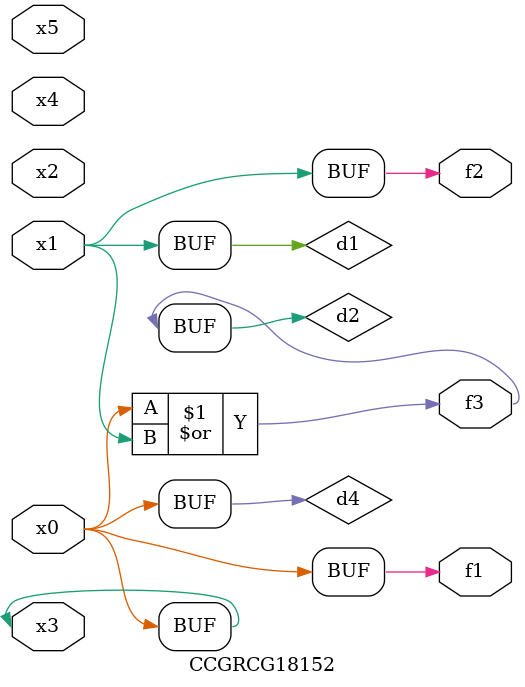
<source format=v>
module CCGRCG18152(
	input x0, x1, x2, x3, x4, x5,
	output f1, f2, f3
);

	wire d1, d2, d3, d4;

	and (d1, x1);
	or (d2, x0, x1);
	nand (d3, x0, x5);
	buf (d4, x0, x3);
	assign f1 = d4;
	assign f2 = d1;
	assign f3 = d2;
endmodule

</source>
